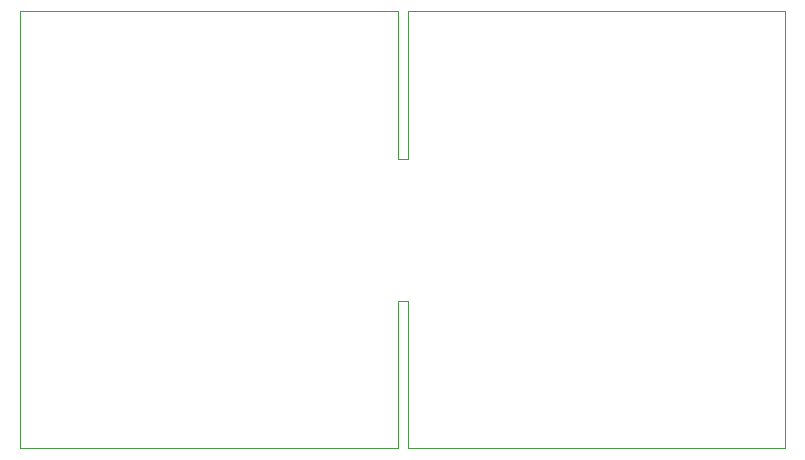
<source format=gbr>
%TF.GenerationSoftware,KiCad,Pcbnew,7.0.8-7.0.8~ubuntu22.04.1*%
%TF.CreationDate,2023-10-22T18:31:10+02:00*%
%TF.ProjectId,extension-cable,65787465-6e73-4696-9f6e-2d6361626c65,rev?*%
%TF.SameCoordinates,Original*%
%TF.FileFunction,Profile,NP*%
%FSLAX46Y46*%
G04 Gerber Fmt 4.6, Leading zero omitted, Abs format (unit mm)*
G04 Created by KiCad (PCBNEW 7.0.8-7.0.8~ubuntu22.04.1) date 2023-10-22 18:31:10*
%MOMM*%
%LPD*%
G01*
G04 APERTURE LIST*
%TA.AperFunction,Profile*%
%ADD10C,0.100000*%
%TD*%
G04 APERTURE END LIST*
D10*
X142300000Y-98500000D02*
X110300000Y-98500000D01*
X110300000Y-61500000D02*
X110300000Y-74000000D01*
X109500000Y-98500000D02*
X77470000Y-98500000D01*
X110300000Y-86000000D02*
X110300000Y-98500000D01*
X109500000Y-86000000D02*
X109500000Y-98500000D01*
X142300000Y-98500000D02*
X142300000Y-61500000D01*
X109500000Y-74000000D02*
X110300000Y-74000000D01*
X109500000Y-86000000D02*
X110300000Y-86000000D01*
X109500000Y-61500000D02*
X109500000Y-74000000D01*
X110300000Y-61500000D02*
X142300000Y-61500000D01*
X77470000Y-98500000D02*
X77470000Y-61500000D01*
X77470000Y-61500000D02*
X109500000Y-61500000D01*
M02*

</source>
